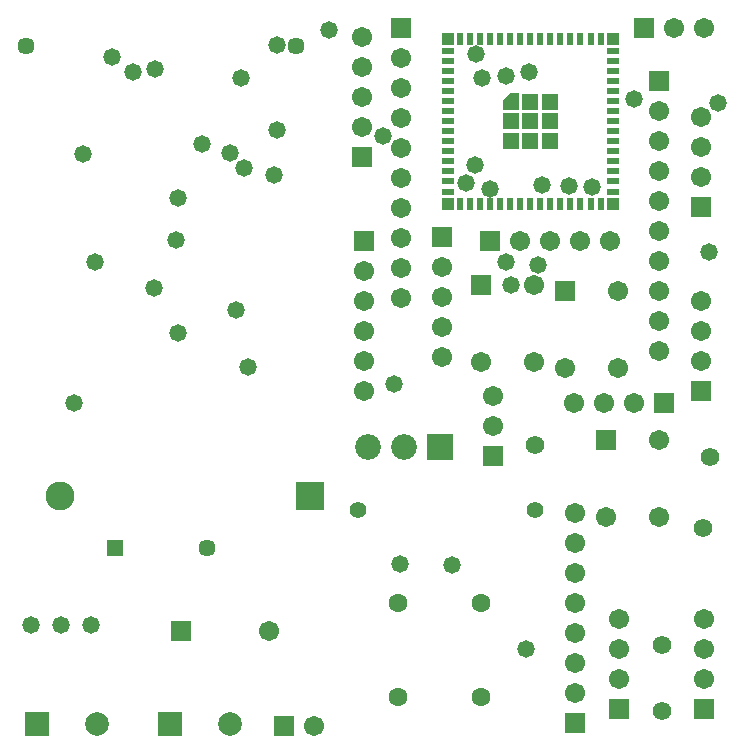
<source format=gts>
G04*
G04 #@! TF.GenerationSoftware,Altium Limited,Altium Designer,20.0.2 (26)*
G04*
G04 Layer_Color=8388736*
%FSLAX44Y44*%
%MOMM*%
G71*
G01*
G75*
%ADD20R,1.0032X1.0032*%
%ADD21R,1.0032X0.6032*%
%ADD22R,0.6032X1.0032*%
%ADD23R,1.4032X1.4032*%
%ADD24R,1.7032X1.7032*%
%ADD25C,1.7032*%
%ADD26C,1.5700*%
%ADD27R,1.7032X1.7032*%
%ADD28R,1.7112X1.7112*%
%ADD29C,1.7112*%
%ADD30C,2.1682*%
%ADD31R,2.1682X2.1682*%
%ADD32C,1.4722*%
%ADD33C,1.6032*%
%ADD34C,1.4032*%
%ADD35C,1.4500*%
%ADD36R,1.4500X1.4500*%
%ADD37C,2.4532*%
%ADD38R,2.4532X2.4532*%
%ADD39R,2.0032X2.0032*%
%ADD40C,2.0032*%
%ADD41C,1.4732*%
G36*
X691530Y1202020D02*
X677530D01*
Y1209520D01*
X684030Y1216020D01*
X691530D01*
Y1202020D01*
D02*
G37*
D20*
X631030Y1262520D02*
D03*
Y1122520D02*
D03*
X771030Y1262520D02*
D03*
Y1122520D02*
D03*
D21*
X631030Y1252020D02*
D03*
Y1243520D02*
D03*
Y1235020D02*
D03*
Y1226520D02*
D03*
Y1218020D02*
D03*
Y1209520D02*
D03*
Y1201020D02*
D03*
Y1192520D02*
D03*
Y1184020D02*
D03*
Y1175520D02*
D03*
Y1167020D02*
D03*
Y1158520D02*
D03*
Y1150020D02*
D03*
Y1141520D02*
D03*
Y1133020D02*
D03*
X771030D02*
D03*
Y1141520D02*
D03*
Y1150020D02*
D03*
Y1158520D02*
D03*
Y1167020D02*
D03*
Y1175520D02*
D03*
Y1184020D02*
D03*
Y1192520D02*
D03*
Y1201020D02*
D03*
Y1209520D02*
D03*
Y1218020D02*
D03*
Y1226520D02*
D03*
Y1235020D02*
D03*
Y1243520D02*
D03*
Y1252020D02*
D03*
D22*
X641530Y1122520D02*
D03*
X650030D02*
D03*
X658530D02*
D03*
X667030D02*
D03*
X675530D02*
D03*
X684030D02*
D03*
X692530D02*
D03*
X701030D02*
D03*
X709530D02*
D03*
X718030D02*
D03*
X726530D02*
D03*
X735030D02*
D03*
X743530D02*
D03*
X752030D02*
D03*
X760530D02*
D03*
Y1262520D02*
D03*
X752030D02*
D03*
X743530D02*
D03*
X735030D02*
D03*
X726530D02*
D03*
X718030D02*
D03*
X709530D02*
D03*
X701030D02*
D03*
X692530D02*
D03*
X684030D02*
D03*
X675530D02*
D03*
X667030D02*
D03*
X658530D02*
D03*
X650030D02*
D03*
X641530D02*
D03*
D23*
X701030Y1192520D02*
D03*
Y1209020D02*
D03*
X717530D02*
D03*
Y1192520D02*
D03*
Y1176020D02*
D03*
X701030D02*
D03*
X684530D02*
D03*
Y1192520D02*
D03*
D24*
X845820Y963930D02*
D03*
Y1120140D02*
D03*
X739140Y683260D02*
D03*
X775970Y694690D02*
D03*
X848360D02*
D03*
X560070Y1090930D02*
D03*
X669290Y909320D02*
D03*
X558800Y1162050D02*
D03*
X591820Y1271270D02*
D03*
X810260Y1226820D02*
D03*
X626110Y1094740D02*
D03*
D25*
X845820Y989330D02*
D03*
Y1014730D02*
D03*
Y1040130D02*
D03*
Y1145540D02*
D03*
Y1170940D02*
D03*
Y1196340D02*
D03*
X739140Y861060D02*
D03*
Y835660D02*
D03*
Y810260D02*
D03*
Y784860D02*
D03*
Y759460D02*
D03*
Y734060D02*
D03*
Y708660D02*
D03*
X775970Y720090D02*
D03*
Y745490D02*
D03*
Y770890D02*
D03*
X848360Y720090D02*
D03*
Y745490D02*
D03*
Y770890D02*
D03*
X788670Y953770D02*
D03*
X763270D02*
D03*
X737870D02*
D03*
X560070Y963930D02*
D03*
Y989330D02*
D03*
Y1014730D02*
D03*
Y1040130D02*
D03*
Y1065530D02*
D03*
X669290Y960120D02*
D03*
Y934720D02*
D03*
X558800Y1187450D02*
D03*
Y1212850D02*
D03*
Y1238250D02*
D03*
Y1263650D02*
D03*
X591820Y1245870D02*
D03*
Y1195070D02*
D03*
Y1169670D02*
D03*
Y1144270D02*
D03*
Y1118870D02*
D03*
Y1093470D02*
D03*
Y1068070D02*
D03*
Y1042670D02*
D03*
Y1220470D02*
D03*
X480060Y760730D02*
D03*
X822960Y1271270D02*
D03*
X848360D02*
D03*
X810260Y1176020D02*
D03*
Y998220D02*
D03*
Y1023620D02*
D03*
Y1049020D02*
D03*
Y1074420D02*
D03*
Y1099820D02*
D03*
Y1125220D02*
D03*
Y1150620D02*
D03*
Y1201420D02*
D03*
X768350Y1090930D02*
D03*
X742950D02*
D03*
X717550D02*
D03*
X692150D02*
D03*
X626110Y993140D02*
D03*
Y1018540D02*
D03*
Y1043940D02*
D03*
Y1069340D02*
D03*
X518160Y680720D02*
D03*
D26*
X812800Y749300D02*
D03*
Y693420D02*
D03*
X704850Y918210D02*
D03*
X847090Y848360D02*
D03*
X853440Y908050D02*
D03*
D27*
X814070Y953770D02*
D03*
X405060Y760730D02*
D03*
X797560Y1271270D02*
D03*
X666750Y1090930D02*
D03*
X492760Y680720D02*
D03*
D28*
X764900Y922770D02*
D03*
X730610Y1048500D02*
D03*
X659490Y1053580D02*
D03*
D29*
X764900Y857770D02*
D03*
X809900Y922770D02*
D03*
Y857770D02*
D03*
X730610Y983500D02*
D03*
X775610Y1048500D02*
D03*
Y983500D02*
D03*
X704490Y988580D02*
D03*
Y1053580D02*
D03*
X659490Y988580D02*
D03*
D30*
X563880Y916940D02*
D03*
X594280D02*
D03*
D31*
X624680D02*
D03*
D32*
X278130Y765810D02*
D03*
X303530D02*
D03*
X328930D02*
D03*
D33*
X659130Y704850D02*
D03*
X589130D02*
D03*
Y784850D02*
D03*
X659130D02*
D03*
D34*
X554920Y863600D02*
D03*
X704920D02*
D03*
D35*
X502320Y1256030D02*
D03*
X274320D02*
D03*
X427320Y831030D02*
D03*
D36*
X349320D02*
D03*
D37*
X302940Y875030D02*
D03*
D38*
X514940D02*
D03*
D39*
X396240Y681990D02*
D03*
X283210D02*
D03*
D40*
X447040D02*
D03*
X334010D02*
D03*
D41*
X699770Y1234440D02*
D03*
X680720Y1230630D02*
D03*
X660400Y1229360D02*
D03*
X486410Y1257300D02*
D03*
X383540Y1236980D02*
D03*
X422910Y1173480D02*
D03*
X402590Y1127760D02*
D03*
X458470Y1153160D02*
D03*
X483870Y1146810D02*
D03*
X332740Y1073150D02*
D03*
X666750Y1135380D02*
D03*
X852170Y1082040D02*
D03*
X788670Y1211580D02*
D03*
X859790Y1207770D02*
D03*
X654510Y1155700D02*
D03*
X646430Y1140460D02*
D03*
X576580Y1179830D02*
D03*
X382270Y1051560D02*
D03*
X364490Y1234440D02*
D03*
X590550Y817880D02*
D03*
X635000Y816610D02*
D03*
X697230Y745490D02*
D03*
X655320Y1249680D02*
D03*
X753110Y1136650D02*
D03*
X684530Y1054100D02*
D03*
X680720Y1073150D02*
D03*
X585470Y970280D02*
D03*
X452120Y1032510D02*
D03*
X314960Y953770D02*
D03*
X462280Y984250D02*
D03*
X402590Y1013460D02*
D03*
X530860Y1270000D02*
D03*
X322580Y1164590D02*
D03*
X346710Y1247140D02*
D03*
X455930Y1229360D02*
D03*
X401320Y1092200D02*
D03*
X486410Y1184910D02*
D03*
X447040Y1165860D02*
D03*
X707390Y1070610D02*
D03*
X710991Y1138129D02*
D03*
X734060Y1137920D02*
D03*
M02*

</source>
